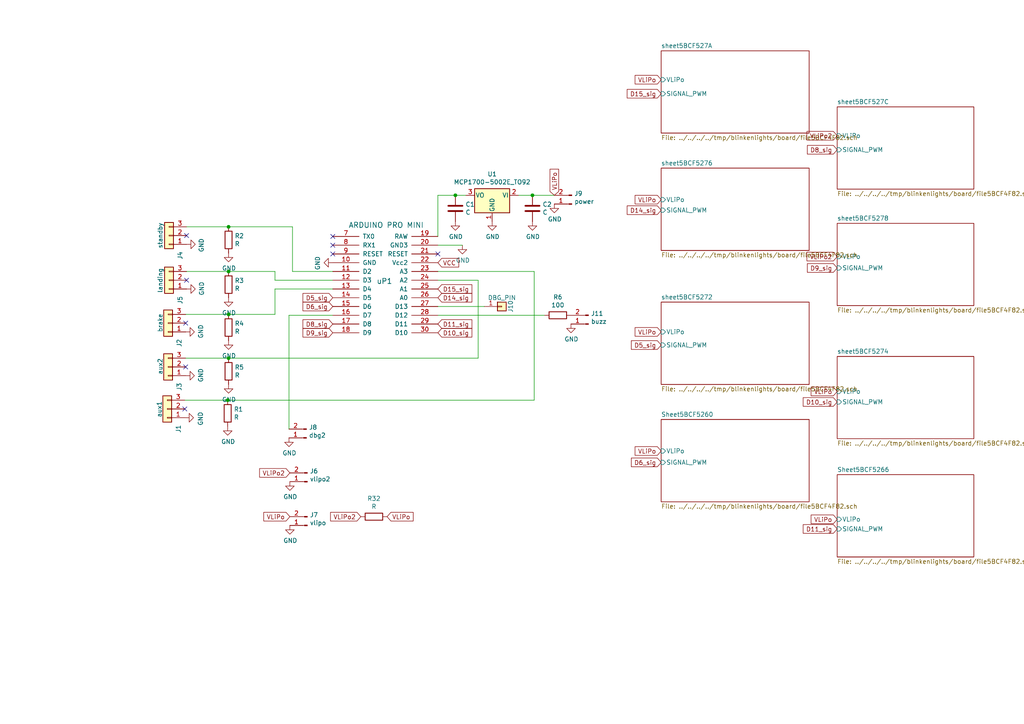
<source format=kicad_sch>
(kicad_sch (version 20230121) (generator eeschema)
  (paper "A4")
  (title_block (title "Wolfgang Blinker") (date "2018-11-04") (rev "3") (company "Rafael Bachmann"))
  (lib_symbols
    (symbol "Connector_Generic:Conn_01x01" (pin_names (offset 1.016) hide)
      (property "Reference" "J" (at 0 2.54 0))
      (property "Value" "Conn_01x01" (at 0 -2.54 0))
      (symbol "Conn_01x01_1_1"
        (rectangle (start -1.27 0.127) (end 0 -0.127) (stroke (width 0.1524)))
        (rectangle (start -1.27 1.27) (end 1.27 -1.27) (stroke (width 0.254)) (fill (type background)))
        (pin passive line (at -5.08 0 0) (length 3.81) (name "Pin_1") (number "1"))
      )
    )
    (symbol "Connector_Generic:Conn_01x03" (pin_names (offset 1.016) hide)
      (property "Reference" "J" (at 0 5.08 0))
      (property "Value" "Conn_01x03" (at 0 -5.08 0))
      (symbol "Conn_01x03_1_1"
        (rectangle (start -1.27 -2.413) (end 0 -2.667) (stroke (width 0.1524)))
        (rectangle (start -1.27 0.127) (end 0 -0.127) (stroke (width 0.1524)))
        (rectangle (start -1.27 2.667) (end 0 2.413) (stroke (width 0.1524)))
        (rectangle (start -1.27 3.81) (end 1.27 -3.81) (stroke (width 0.254)) (fill (type background)))
        (pin passive line (at -5.08 2.54 0) (length 3.81) (name "Pin_1") (number "1"))
        (pin passive line (at -5.08 0 0) (length 3.81) (name "Pin_2") (number "2"))
        (pin passive line (at -5.08 -2.54 0) (length 3.81) (name "Pin_3") (number "3"))
      )
    )
    (symbol "Device:C" (pin_numbers hide) (pin_names (offset 0.254))
      (property "Reference" "C" (at 0.635 2.54 0))
      (property "Value" "C" (at 0.635 -2.54 0))
      (symbol "C_0_1"
        (polyline (pts (xy -2.032 -0.762) (xy 2.032 -0.762)) (stroke (width 0.508)))
        (polyline (pts (xy -2.032 0.762) (xy 2.032 0.762)) (stroke (width 0.508)))
      )
      (symbol "C_1_1"
        (pin passive line (at 0 3.81 270) (length 2.794) (name "~") (number "1"))
        (pin passive line (at 0 -3.81 90) (length 2.794) (name "~") (number "2"))
      )
    )
    (symbol "Device:R" (pin_numbers hide) (pin_names (offset 0))
      (property "Reference" "R" (at 2.032 0 90))
      (property "Value" "R" (at 0 0 90))
      (symbol "R_0_1"
        (rectangle (start -1.016 -2.54) (end 1.016 2.54) (stroke (width 0.254)))
      )
      (symbol "R_1_1"
        (pin passive line (at 0 3.81 270) (length 1.27) (name "~") (number "1"))
        (pin passive line (at 0 -3.81 90) (length 1.27) (name "~") (number "2"))
      )
    )
    (symbol "lighz-rescue:ARDUPROMINI-6-ArduProMiniTKB" (pin_names (offset 1.016))
      (property "Reference" "uP" (at -5.08 -2.54 0))
      (property "Value" "ArduProMiniTKB_ARDUPROMINI-6" (at 0 0 0))
      (symbol "ARDUPROMINI-6-ArduProMiniTKB_1_1"
        (pin unspecified line (at -30.48 -35.56 0) (length 7.62) (name "GND") (number "10"))
        (pin bidirectional line (at -30.48 -38.1 0) (length 7.62) (name "D2") (number "11"))
        (pin bidirectional line (at -30.48 -40.64 0) (length 7.62) (name "D3") (number "12"))
        (pin bidirectional line (at -30.48 -43.18 0) (length 7.62) (name "D4") (number "13"))
        (pin bidirectional line (at -30.48 -45.72 0) (length 7.62) (name "D5") (number "14"))
        (pin bidirectional line (at -30.48 -48.26 0) (length 7.62) (name "D6") (number "15"))
        (pin bidirectional line (at -30.48 -50.8 0) (length 7.62) (name "D7") (number "16"))
        (pin bidirectional line (at -30.48 -53.34 0) (length 7.62) (name "D8") (number "17"))
        (pin bidirectional line (at -30.48 -55.88 0) (length 7.62) (name "D9") (number "18"))
        (pin unspecified line (at 0 -27.94 180) (length 7.62) (name "RAW") (number "19"))
        (pin unspecified line (at 0 -30.48 180) (length 7.62) (name "GND3") (number "20"))
        (pin input line (at 0 -33.02 180) (length 7.62) (name "RESET") (number "21"))
        (pin unspecified line (at 0 -35.56 180) (length 7.62) (name "Vcc2") (number "22"))
        (pin bidirectional line (at 0 -38.1 180) (length 7.62) (name "A3") (number "23"))
        (pin bidirectional line (at 0 -40.64 180) (length 7.62) (name "A2") (number "24"))
        (pin bidirectional line (at 0 -43.18 180) (length 7.62) (name "A1") (number "25"))
        (pin bidirectional line (at 0 -45.72 180) (length 7.62) (name "A0") (number "26"))
        (pin bidirectional line (at 0 -48.26 180) (length 7.62) (name "D13") (number "27"))
        (pin input line (at 0 -50.8 180) (length 7.62) (name "D12") (number "28"))
        (pin bidirectional line (at 0 -53.34 180) (length 7.62) (name "D11") (number "29"))
        (pin bidirectional line (at 0 -55.88 180) (length 7.62) (name "D10") (number "30"))
        (pin bidirectional line (at -30.48 -27.94 0) (length 7.62) (name "TX0") (number "7"))
        (pin bidirectional line (at -30.48 -30.48 0) (length 7.62) (name "RX1") (number "8"))
        (pin input line (at -30.48 -33.02 0) (length 7.62) (name "RESET") (number "9"))
      )
    )
    (symbol "lighz-rescue:Conn_01x02_Male-Connector" (pin_names (offset 1.016) hide)
      (property "Reference" "J" (at 0 2.54 0))
      (property "Value" "Connector_Conn_01x02_Male" (at 0 -5.08 0))
      (symbol "Conn_01x02_Male-Connector_1_1"
        (polyline (pts (xy 1.27 -2.54) (xy 0.8636 -2.54)) (stroke (width 0.1524)))
        (polyline (pts (xy 1.27 0) (xy 0.8636 0)) (stroke (width 0.1524)))
        (rectangle (start 0.8636 -2.413) (end 0 -2.667) (stroke (width 0.1524)) (fill (type outline)))
        (rectangle (start 0.8636 0.127) (end 0 -0.127) (stroke (width 0.1524)) (fill (type outline)))
        (pin passive line (at 5.08 0 180) (length 3.81) (name "Pin_1") (number "1"))
        (pin passive line (at 5.08 -2.54 180) (length 3.81) (name "Pin_2") (number "2"))
      )
    )
    (symbol "lighz-rescue:MCP1700-5002E_TO92-Regulator_Linear" (pin_names (offset 0.254))
      (property "Reference" "U" (at -3.81 -3.175 0))
      (property "Value" "Regulator_Linear_MCP1700-5002E_TO92" (at 0 -3.175 0))
      (symbol "MCP1700-5002E_TO92-Regulator_Linear_0_1"
        (rectangle (start -5.08 5.08) (end 5.08 -1.905) (stroke (width 0.254)) (fill (type background)))
      )
      (symbol "MCP1700-5002E_TO92-Regulator_Linear_1_1"
        (pin power_in line (at 0 7.62 270) (length 2.54) (name "GND") (number "1"))
        (pin power_in line (at -7.62 0 0) (length 2.54) (name "VI") (number "2"))
        (pin power_out line (at 7.62 0 180) (length 2.54) (name "VO") (number "3"))
      )
    )
    (symbol "power:GND" (power) (pin_names (offset 0))
      (property "Value" "GND" (at 0 -3.81 0))
      (symbol "GND_0_1"
        (polyline (pts (xy 0 0) (xy 0 -1.27) (xy 1.27 -1.27) (xy 0 -2.54) (xy -1.27 -1.27) (xy 0 -1.27)))
      )
      (symbol "GND_1_1"
        (pin power_in line (at 0 0 270) (length 0) hide (name "GND") (number "1"))
      )
    )
  )
  (junction (at 66.294 78.74))
  (junction (at 154.432 56.642))
  (junction (at 66.04 116.078))
  (junction (at 132.08 56.642))
  (junction (at 66.294 65.786))
  (junction (at 66.294 91.186))
  (junction (at 66.294 103.886))
  (no_connect (at 53.594 118.618))
  (no_connect (at 96.52 73.66))
  (no_connect (at 96.52 71.12))
  (no_connect (at 53.848 93.726))
  (no_connect (at 96.52 68.58))
  (no_connect (at 127 73.66))
  (no_connect (at 54.102 68.326))
  (no_connect (at 54.102 81.28))
  (no_connect (at 53.848 106.426))
  (wire (pts (xy 127 78.74) (xy 154.94 78.74)))
  (wire (pts (xy 79.756 91.186) (xy 66.294 91.186)))
  (wire (pts (xy 66.04 116.078) (xy 154.94 116.078)))
  (wire (pts (xy 54.102 78.74) (xy 66.294 78.74)))
  (wire (pts (xy 79.756 83.82) (xy 96.52 83.82)))
  (wire (pts (xy 79.756 78.74) (xy 79.756 81.28)))
  (wire (pts (xy 84.836 78.74) (xy 96.52 78.74)))
  (wire (pts (xy 138.684 81.28) (xy 127 81.28)))
  (wire (pts (xy 138.684 103.886) (xy 138.684 81.28)))
  (wire (pts (xy 154.94 116.078) (xy 154.94 78.74)))
  (wire (pts (xy 53.848 103.886) (xy 66.294 103.886)))
  (wire (pts (xy 160.782 56.642) (xy 154.432 56.642)))
  (wire (pts (xy 83.82 91.44) (xy 83.82 124.46)))
  (wire (pts (xy 132.08 56.642) (xy 127 56.642)))
  (wire (pts (xy 66.294 78.74) (xy 79.756 78.74)))
  (wire (pts (xy 79.756 81.28) (xy 96.52 81.28)))
  (wire (pts (xy 127 91.44) (xy 157.988 91.44)))
  (wire (pts (xy 127 88.9) (xy 140.462 88.9)))
  (wire (pts (xy 66.294 103.886) (xy 138.684 103.886)))
  (wire (pts (xy 66.04 116.078) (xy 53.594 116.078)))
  (wire (pts (xy 66.294 65.786) (xy 84.836 65.786)))
  (wire (pts (xy 127 56.642) (xy 127 68.58)))
  (wire (pts (xy 135.128 56.642) (xy 132.08 56.642)))
  (wire (pts (xy 96.52 91.44) (xy 83.82 91.44)))
  (wire (pts (xy 79.756 83.82) (xy 79.756 91.186)))
  (wire (pts (xy 154.432 56.642) (xy 150.368 56.642)))
  (wire (pts (xy 127 71.12) (xy 134.112 71.12)))
  (wire (pts (xy 66.294 91.186) (xy 53.848 91.186)))
  (wire (pts (xy 84.836 65.786) (xy 84.836 78.74)))
  (wire (pts (xy 66.294 65.786) (xy 54.102 65.786)))
  (global_label "D11_sig" (shape input) (at 127 93.98 0) (property "Intersheetrefs" "${INTERSHEET_REFS}" (effects hide)))
  (global_label "D14_sig" (shape input) (at 191.77 60.96 180) (property "Intersheetrefs" "${INTERSHEET_REFS}" (effects hide)))
  (global_label "D6_sig" (shape input) (at 96.52 88.9 180) (property "Intersheetrefs" "${INTERSHEET_REFS}" (effects hide)))
  (global_label "D10_sig" (shape input) (at 127 96.52 0) (property "Intersheetrefs" "${INTERSHEET_REFS}" (effects hide)))
  (global_label "VLiPo" (shape input) (at 191.77 130.81 180) (property "Intersheetrefs" "${INTERSHEET_REFS}" (effects hide)))
  (global_label "VLiPo" (shape input) (at 191.77 23.114 180) (property "Intersheetrefs" "${INTERSHEET_REFS}" (effects hide)))
  (global_label "VLiPo" (shape input) (at 84.074 149.86 180) (property "Intersheetrefs" "${INTERSHEET_REFS}" (effects hide)))
  (global_label "VLiPo" (shape input) (at 191.77 96.266 180) (property "Intersheetrefs" "${INTERSHEET_REFS}" (effects hide)))
  (global_label "D9_sig" (shape input) (at 96.52 96.52 180) (property "Intersheetrefs" "${INTERSHEET_REFS}" (effects hide)))
  (global_label "VLiPo" (shape input) (at 242.824 113.538 180) (property "Intersheetrefs" "${INTERSHEET_REFS}" (effects hide)))
  (global_label "VLiPo" (shape input) (at 242.824 150.622 180) (property "Intersheetrefs" "${INTERSHEET_REFS}" (effects hide)))
  (global_label "D5_sig" (shape input) (at 191.77 100.076 180) (property "Intersheetrefs" "${INTERSHEET_REFS}" (effects hide)))
  (global_label "VLiPo2" (shape input) (at 242.824 39.37 180) (property "Intersheetrefs" "${INTERSHEET_REFS}" (effects hide)))
  (global_label "D5_sig" (shape input) (at 96.52 86.36 180) (property "Intersheetrefs" "${INTERSHEET_REFS}" (effects hide)))
  (global_label "D15_sig" (shape input) (at 191.77 27.178 180) (property "Intersheetrefs" "${INTERSHEET_REFS}" (effects hide)))
  (global_label "D9_sig" (shape input) (at 242.824 77.724 180) (property "Intersheetrefs" "${INTERSHEET_REFS}" (effects hide)))
  (global_label "VLiPo" (shape input) (at 191.77 57.912 180) (property "Intersheetrefs" "${INTERSHEET_REFS}" (effects hide)))
  (global_label "D15_sig" (shape input) (at 127 83.82 0) (property "Intersheetrefs" "${INTERSHEET_REFS}" (effects hide)))
  (global_label "VCC" (shape input) (at 127 76.2 0) (property "Intersheetrefs" "${INTERSHEET_REFS}" (effects hide)))
  (global_label "VLiPo2" (shape input) (at 242.824 74.422 180) (property "Intersheetrefs" "${INTERSHEET_REFS}" (effects hide)))
  (global_label "D14_sig" (shape input) (at 127 86.36 0) (property "Intersheetrefs" "${INTERSHEET_REFS}" (effects hide)))
  (global_label "D8_sig" (shape input) (at 242.824 43.434 180) (property "Intersheetrefs" "${INTERSHEET_REFS}" (effects hide)))
  (global_label "VLiPo" (shape input) (at 112.268 149.86 0) (property "Intersheetrefs" "${INTERSHEET_REFS}" (effects hide)))
  (global_label "D10_sig" (shape input) (at 242.824 116.586 180) (property "Intersheetrefs" "${INTERSHEET_REFS}" (effects hide)))
  (global_label "D6_sig" (shape input) (at 191.77 134.112 180) (property "Intersheetrefs" "${INTERSHEET_REFS}" (effects hide)))
  (global_label "D11_sig" (shape input) (at 242.824 153.416 180) (property "Intersheetrefs" "${INTERSHEET_REFS}" (effects hide)))
  (global_label "D8_sig" (shape input) (at 96.52 93.98 180) (property "Intersheetrefs" "${INTERSHEET_REFS}" (effects hide)))
  (global_label "VLiPo2" (shape input) (at 104.648 149.86 180) (property "Intersheetrefs" "${INTERSHEET_REFS}" (effects hide)))
  (global_label "VLiPo2" (shape input) (at 84.074 137.16 180) (property "Intersheetrefs" "${INTERSHEET_REFS}" (effects hide)))
  (global_label "VLiPo" (shape input) (at 160.782 56.642 90) (property "Intersheetrefs" "${INTERSHEET_REFS}" (effects hide)))
  (symbol (lib_id "Connector_Generic:Conn_01x03") (at 49.022 68.326 180) (unit 1)
    (property "Reference" "J4" (at 52.2478 72.898 90) (effects (justify left)))
    (property "Value" "standby" (at 46.482 64.516 90) (effects (justify left)))
    (property "Footprint" "Connector_PinHeader_2.54mm:PinHeader_1x03_P2.54mm_Vertical" (effects hide))
  )
  (symbol (lib_id "Connector_Generic:Conn_01x03") (at 49.022 81.28 180) (unit 1)
    (property "Reference" "J5" (at 52.2478 85.852 90) (effects (justify left)))
    (property "Value" "landing" (at 46.482 77.724 90) (effects (justify left)))
    (property "Footprint" "Connector_PinHeader_2.54mm:PinHeader_1x03_P2.54mm_Vertical" (effects hide))
  )
  (symbol (lib_id "lighz-rescue:ARDUPROMINI-6-ArduProMiniTKB") (at 127 40.64 0) (unit 1)
    (property "Reference" "uP1" (at 111.506 81.534 0) (effects (font (size 1.524 1.524))))
    (property "Value" "ARDUINO PRO MINI" (at 112.014 65.278 0) (effects (font (size 1.524 1.524))))
    (property "Footprint" "ArduProMiniTKB:ArduProMini-6" (effects hide))
  )
  (symbol (lib_id "power:GND") (at 53.594 121.158 90) (unit 1)
    (property "Reference" "#PWR01" (effects hide))
    (property "Value" "GND" (at 58.166 119.38 0) (effects (justify right)))
  )
  (symbol (lib_id "power:GND") (at 54.102 70.866 90) (unit 1)
    (property "Reference" "#PWR04" (effects hide))
    (property "Value" "GND" (at 58.42 69.088 0) (effects (justify right)))
  )
  (symbol (lib_id "lighz-rescue:Conn_01x02_Male-Connector") (at 165.862 59.182 180) (unit 1)
    (property "Reference" "J9" (at 166.5732 56.134 0) (effects (justify right)))
    (property "Value" "power" (at 166.5732 58.4454 0) (effects (justify right)))
    (property "Footprint" "Connector_PinHeader_2.54mm:PinHeader_1x02_P2.54mm_Vertical" (effects hide))
  )
  (symbol (lib_id "power:GND") (at 54.102 83.82 90) (unit 1)
    (property "Reference" "#PWR05" (effects hide))
    (property "Value" "GND" (at 58.4962 83.693 0))
  )
  (symbol (lib_id "power:GND") (at 53.848 96.266 90) (unit 1)
    (property "Reference" "#PWR02" (effects hide))
    (property "Value" "GND" (at 58.2422 96.139 0))
  )
  (symbol (lib_id "power:GND") (at 134.112 71.12 0) (unit 1)
    (property "Reference" "#PWR015" (effects hide))
    (property "Value" "GND" (at 134.239 75.5142 0))
  )
  (symbol (lib_id "Device:R") (at 66.294 82.55 0) (unit 1)
    (property "Reference" "R3" (at 68.072 81.3816 0) (effects (justify left)))
    (property "Value" "R" (at 68.072 83.693 0) (effects (justify left)))
    (property "Footprint" "Resistor_SMD:R_0805_2012Metric" (effects hide))
  )
  (symbol (lib_id "power:GND") (at 66.294 86.36 0) (unit 1)
    (property "Reference" "#PWR08" (effects hide))
    (property "Value" "GND" (at 66.421 90.7542 0))
  )
  (symbol (lib_id "Device:R") (at 66.294 94.996 0) (unit 1)
    (property "Reference" "R4" (at 68.072 93.8276 0) (effects (justify left)))
    (property "Value" "R" (at 68.072 96.139 0) (effects (justify left)))
    (property "Footprint" "Resistor_SMD:R_0805_2012Metric" (effects hide))
  )
  (symbol (lib_id "power:GND") (at 66.294 98.806 0) (unit 1)
    (property "Reference" "#PWR09" (effects hide))
    (property "Value" "GND" (at 66.421 103.2002 0))
  )
  (symbol (lib_id "Connector_Generic:Conn_01x01") (at 145.542 88.9 0) (unit 1)
    (property "Reference" "J10" (at 148.082 90.678 90) (effects (justify left)))
    (property "Value" "DBG_PIN" (at 141.478 86.36 0) (effects (justify left)))
    (property "Footprint" "Connector_PinSocket_2.54mm:PinSocket_1x01_P2.54mm_Vertical" (effects hide))
  )
  (symbol (lib_id "power:GND") (at 96.52 76.2 270) (unit 1)
    (property "Reference" "#PWR013" (effects hide))
    (property "Value" "GND" (at 92.1258 76.327 0))
  )
  (symbol (lib_id "Device:R") (at 66.04 119.888 0) (unit 1)
    (property "Reference" "R1" (at 67.818 118.7196 0) (effects (justify left)))
    (property "Value" "R" (at 67.818 121.031 0) (effects (justify left)))
    (property "Footprint" "Resistor_SMD:R_0805_2012Metric" (effects hide))
  )
  (symbol (lib_id "power:GND") (at 66.04 123.698 0) (unit 1)
    (property "Reference" "#PWR06" (effects hide))
    (property "Value" "GND" (at 66.167 128.0922 0))
  )
  (symbol (lib_id "Device:R") (at 66.294 69.596 0) (unit 1)
    (property "Reference" "R2" (at 68.072 68.4276 0) (effects (justify left)))
    (property "Value" "R" (at 68.072 70.739 0) (effects (justify left)))
    (property "Footprint" "Resistor_SMD:R_0805_2012Metric" (effects hide))
  )
  (symbol (lib_id "power:GND") (at 66.294 73.406 0) (unit 1)
    (property "Reference" "#PWR07" (effects hide))
    (property "Value" "GND" (at 66.421 77.8002 0))
  )
  (symbol (lib_id "Connector_Generic:Conn_01x03") (at 48.768 93.726 180) (unit 1)
    (property "Reference" "J2" (at 51.9938 98.298 90) (effects (justify left)))
    (property "Value" "brake" (at 46.482 90.932 90) (effects (justify left)))
    (property "Footprint" "Connector_PinHeader_2.54mm:PinHeader_1x03_P2.54mm_Vertical" (effects hide))
  )
  (symbol (lib_id "Connector_Generic:Conn_01x03") (at 48.514 118.618 180) (unit 1)
    (property "Reference" "J1" (at 51.7398 123.19 90) (effects (justify left)))
    (property "Value" "aux1" (at 46.228 116.332 90) (effects (justify left)))
    (property "Footprint" "Connector_PinHeader_2.54mm:PinHeader_1x03_P2.54mm_Vertical" (effects hide))
  )
  (symbol (lib_id "Connector_Generic:Conn_01x03") (at 48.768 106.426 180) (unit 1)
    (property "Reference" "J3" (at 51.9938 110.998 90) (effects (justify left)))
    (property "Value" "aux2" (at 46.482 103.886 90) (effects (justify left)))
    (property "Footprint" "Connector_PinHeader_2.54mm:PinHeader_1x03_P2.54mm_Vertical" (effects hide))
  )
  (symbol (lib_id "power:GND") (at 53.848 108.966 90) (unit 1)
    (property "Reference" "#PWR03" (effects hide))
    (property "Value" "GND" (at 58.2422 108.839 0))
  )
  (symbol (lib_id "Device:R") (at 66.294 107.696 0) (unit 1)
    (property "Reference" "R5" (at 68.072 106.5276 0) (effects (justify left)))
    (property "Value" "R" (at 68.072 108.839 0) (effects (justify left)))
    (property "Footprint" "Resistor_SMD:R_0805_2012Metric" (effects hide))
  )
  (symbol (lib_id "power:GND") (at 66.294 111.506 0) (unit 1)
    (property "Reference" "#PWR010" (effects hide))
    (property "Value" "GND" (at 66.421 115.9002 0))
  )
  (symbol (lib_id "Device:R") (at 161.798 91.44 270) (unit 1)
    (property "Reference" "R6" (at 161.798 86.1822 90))
    (property "Value" "100" (at 161.798 88.4936 90))
    (property "Footprint" "Resistor_SMD:R_0805_2012Metric" (effects hide))
  )
  (symbol (lib_id "lighz-rescue:Conn_01x02_Male-Connector") (at 170.688 93.98 180) (unit 1)
    (property "Reference" "J11" (at 171.3992 90.932 0) (effects (justify right)))
    (property "Value" "buzz" (at 171.3992 93.2434 0) (effects (justify right)))
    (property "Footprint" "Connector_PinHeader_2.54mm:PinHeader_1x02_P2.54mm_Vertical" (effects hide))
  )
  (symbol (lib_id "power:GND") (at 165.608 93.98 0) (unit 1)
    (property "Reference" "#PWR016" (effects hide))
    (property "Value" "GND" (at 165.735 98.3742 0))
  )
  (symbol (lib_id "lighz-rescue:Conn_01x02_Male-Connector") (at 89.154 152.4 180) (unit 1)
    (property "Reference" "J7" (at 89.8652 149.352 0) (effects (justify right)))
    (property "Value" "vlipo" (at 89.8652 151.6634 0) (effects (justify right)))
    (property "Footprint" "Connector_PinHeader_2.54mm:PinHeader_1x02_P2.54mm_Vertical" (effects hide))
  )
  (symbol (lib_id "power:GND") (at 84.074 152.4 0) (unit 1)
    (property "Reference" "#PWR012" (effects hide))
    (property "Value" "GND" (at 84.201 156.7942 0))
  )
  (symbol (lib_id "lighz-rescue:Conn_01x02_Male-Connector") (at 89.154 139.7 180) (unit 1)
    (property "Reference" "J6" (at 89.8652 136.652 0) (effects (justify right)))
    (property "Value" "vlipo2" (at 89.8652 138.9634 0) (effects (justify right)))
    (property "Footprint" "Connector_PinHeader_2.54mm:PinHeader_1x02_P2.54mm_Vertical" (effects hide))
  )
  (symbol (lib_id "power:GND") (at 84.074 139.7 0) (unit 1)
    (property "Reference" "#PWR011" (effects hide))
    (property "Value" "GND" (at 84.201 144.0942 0))
  )
  (symbol (lib_id "lighz-rescue:Conn_01x02_Male-Connector") (at 88.9 127 180) (unit 1)
    (property "Reference" "J8" (at 89.6112 123.952 0) (effects (justify right)))
    (property "Value" "dbg2" (at 89.6112 126.2634 0) (effects (justify right)))
    (property "Footprint" "Connector_PinHeader_2.54mm:PinHeader_1x02_P2.54mm_Vertical" (effects hide))
  )
  (symbol (lib_id "power:GND") (at 83.82 127 0) (unit 1)
    (property "Reference" "#PWR0101" (effects hide))
    (property "Value" "GND" (at 83.947 131.3942 0))
  )
  (symbol (lib_id "Device:R") (at 108.458 149.86 270) (unit 1)
    (property "Reference" "R32" (at 108.458 144.6022 90))
    (property "Value" "R" (at 108.458 146.9136 90))
    (property "Footprint" "Jumper:SolderJumper-2_P1.3mm_Open_Pad1.0x1.5mm" (effects hide))
  )
  (symbol (lib_id "lighz-rescue:MCP1700-5002E_TO92-Regulator_Linear") (at 142.748 56.642 180) (unit 1)
    (property "Reference" "U1" (at 142.748 50.4952 0))
    (property "Value" "MCP1700-5002E_TO92" (at 142.748 52.8066 0))
    (property "Footprint" "Package_TO_SOT_THT:TO-92_Inline" (effects hide))
    (property "Datasheet" "http://ww1.microchip.com/downloads/en/DeviceDoc/20001826C.pdf" (effects hide))
  )
  (symbol (lib_id "Device:C") (at 132.08 60.452 0) (unit 1)
    (property "Reference" "C1" (at 135.001 59.2836 0) (effects (justify left)))
    (property "Value" "C" (at 135.001 61.595 0) (effects (justify left)))
    (property "Footprint" "Capacitor_SMD:C_0603_1608Metric" (effects hide))
  )
  (symbol (lib_id "Device:C") (at 154.432 60.452 0) (unit 1)
    (property "Reference" "C2" (at 157.353 59.2836 0) (effects (justify left)))
    (property "Value" "C" (at 157.353 61.595 0) (effects (justify left)))
    (property "Footprint" "Capacitor_SMD:C_0603_1608Metric" (effects hide))
  )
  (symbol (lib_id "power:GND") (at 132.08 64.262 0) (unit 1)
    (property "Reference" "#PWR034" (effects hide))
    (property "Value" "GND" (at 132.207 68.6562 0))
  )
  (symbol (lib_id "power:GND") (at 154.432 64.262 0) (unit 1)
    (property "Reference" "#PWR035" (effects hide))
    (property "Value" "GND" (at 154.559 68.6562 0))
  )
  (symbol (lib_id "power:GND") (at 160.782 59.182 0) (unit 1)
    (property "Reference" "#PWR033" (effects hide))
    (property "Value" "GND" (at 160.909 63.5762 0))
  )
  (symbol (lib_id "power:GND") (at 142.748 64.262 0) (unit 1)
    (property "Reference" "#PWR014" (effects hide))
    (property "Value" "GND" (at 142.875 68.6562 0))
  )
  (sheet (at 191.77 121.666) (size 42.926 23.876)
    (property "Sheetname" "Sheet5BCF5260" (at 191.77 120.9544 0) (effects (justify left bottom)))
    (property "Sheetfile" "../../../../tmp/blinkenlights/board/file5BCF4F82.sch" (at 191.77 146.1266 0) (effects (justify left top)))
    (pin "SIGNAL_PWM" input (at 191.77 134.112 180))
    (pin "VLiPo" input (at 191.77 130.81 180))
  )
  (sheet (at 242.824 137.668) (size 39.624 23.876)
    (property "Sheetname" "Sheet5BCF5266" (at 242.824 136.9564 0) (effects (justify left bottom)))
    (property "Sheetfile" "../../../../tmp/blinkenlights/board/file5BCF4F82.sch" (at 242.824 162.1286 0) (effects (justify left top)))
    (pin "SIGNAL_PWM" input (at 242.824 153.416 180))
    (pin "VLiPo" input (at 242.824 150.622 180))
  )
  (sheet (at 191.77 87.63) (size 42.926 23.876)
    (property "Sheetname" "sheet5BCF5272" (at 191.77 86.9184 0) (effects (justify left bottom)))
    (property "Sheetfile" "../../../../tmp/blinkenlights/board/file5BCF4F82.sch" (at 191.77 112.0906 0) (effects (justify left top)))
    (pin "SIGNAL_PWM" input (at 191.77 100.076 180))
    (pin "VLiPo" input (at 191.77 96.266 180))
  )
  (sheet (at 242.824 103.378) (size 39.624 23.876)
    (property "Sheetname" "sheet5BCF5274" (at 242.824 102.6664 0) (effects (justify left bottom)))
    (property "Sheetfile" "../../../../tmp/blinkenlights/board/file5BCF4F82.sch" (at 242.824 127.8386 0) (effects (justify left top)))
    (pin "SIGNAL_PWM" input (at 242.824 116.586 180))
    (pin "VLiPo" input (at 242.824 113.538 180))
  )
  (sheet (at 191.77 48.768) (size 42.926 23.876)
    (property "Sheetname" "sheet5BCF5276" (at 191.77 48.0564 0) (effects (justify left bottom)))
    (property "Sheetfile" "../../../../tmp/blinkenlights/board/file5BCF4F82.sch" (at 191.77 73.2286 0) (effects (justify left top)))
    (pin "SIGNAL_PWM" input (at 191.77 60.96 180))
    (pin "VLiPo" input (at 191.77 57.912 180))
  )
  (sheet (at 242.824 64.77) (size 39.624 23.876)
    (property "Sheetname" "sheet5BCF5278" (at 242.824 64.0584 0) (effects (justify left bottom)))
    (property "Sheetfile" "../../../../tmp/blinkenlights/board/file5BCF4F82.sch" (at 242.824 89.2306 0) (effects (justify left top)))
    (pin "SIGNAL_PWM" input (at 242.824 77.724 180))
    (pin "VLiPo" input (at 242.824 74.422 180))
  )
  (sheet (at 191.77 14.732) (size 42.926 23.876)
    (property "Sheetname" "sheet5BCF527A" (at 191.77 14.0204 0) (effects (justify left bottom)))
    (property "Sheetfile" "../../../../tmp/blinkenlights/board/file5BCF4F82.sch" (at 191.77 39.1926 0) (effects (justify left top)))
    (pin "SIGNAL_PWM" input (at 191.77 27.178 180))
    (pin "VLiPo" input (at 191.77 23.114 180))
  )
  (sheet (at 242.824 30.988) (size 39.624 23.876)
    (property "Sheetname" "sheet5BCF527C" (at 242.824 30.2764 0) (effects (justify left bottom)))
    (property "Sheetfile" "../../../../tmp/blinkenlights/board/file5BCF4F82.sch" (at 242.824 55.4486 0) (effects (justify left top)))
    (pin "SIGNAL_PWM" input (at 242.824 43.434 180))
    (pin "VLiPo" input (at 242.824 39.37 180))
  )
)
</source>
